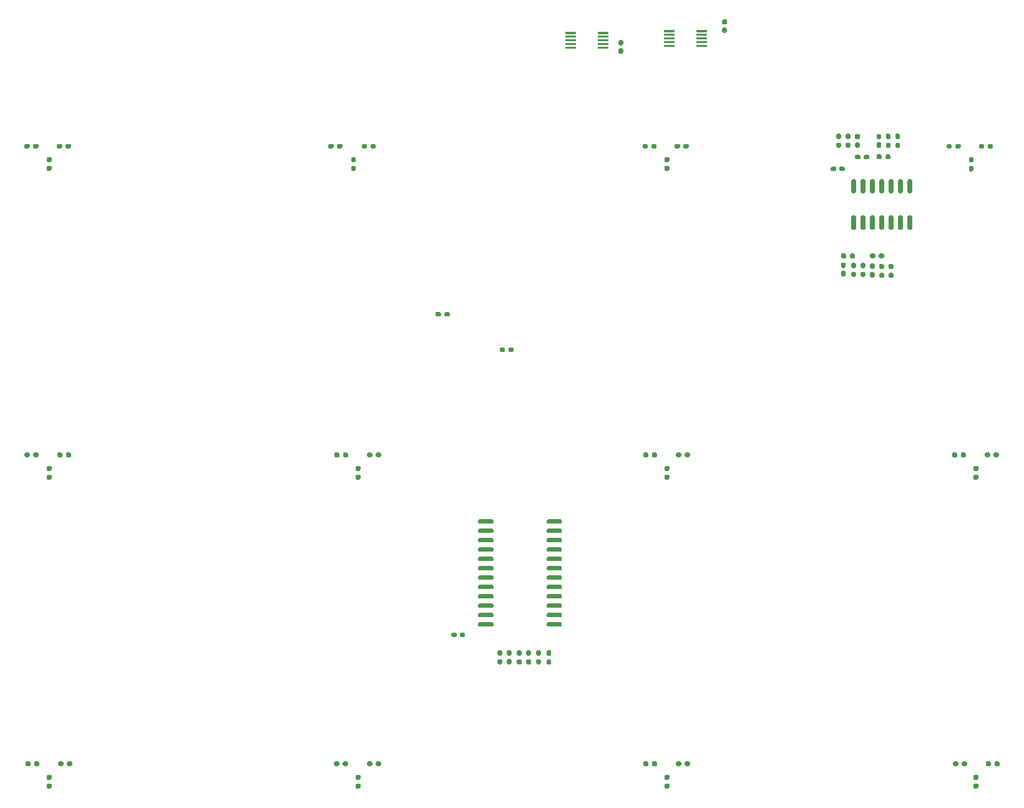
<source format=gtp>
G04 #@! TF.GenerationSoftware,KiCad,Pcbnew,(5.1.9)-1*
G04 #@! TF.CreationDate,2021-06-08T08:05:01+01:00*
G04 #@! TF.ProjectId,LED_Board,4c45445f-426f-4617-9264-2e6b69636164,rev?*
G04 #@! TF.SameCoordinates,Original*
G04 #@! TF.FileFunction,Paste,Top*
G04 #@! TF.FilePolarity,Positive*
%FSLAX46Y46*%
G04 Gerber Fmt 4.6, Leading zero omitted, Abs format (unit mm)*
G04 Created by KiCad (PCBNEW (5.1.9)-1) date 2021-06-08 08:05:01*
%MOMM*%
%LPD*%
G01*
G04 APERTURE LIST*
G04 APERTURE END LIST*
G36*
G01*
X159301200Y-178216600D02*
X159621200Y-178216600D01*
G75*
G02*
X159781200Y-178376600I0J-160000D01*
G01*
X159781200Y-178771600D01*
G75*
G02*
X159621200Y-178931600I-160000J0D01*
G01*
X159301200Y-178931600D01*
G75*
G02*
X159141200Y-178771600I0J160000D01*
G01*
X159141200Y-178376600D01*
G75*
G02*
X159301200Y-178216600I160000J0D01*
G01*
G37*
G36*
G01*
X159301200Y-179411600D02*
X159621200Y-179411600D01*
G75*
G02*
X159781200Y-179571600I0J-160000D01*
G01*
X159781200Y-179966600D01*
G75*
G02*
X159621200Y-180126600I-160000J0D01*
G01*
X159301200Y-180126600D01*
G75*
G02*
X159141200Y-179966600I0J160000D01*
G01*
X159141200Y-179571600D01*
G75*
G02*
X159301200Y-179411600I160000J0D01*
G01*
G37*
G36*
G01*
X162237400Y-178931600D02*
X161917400Y-178931600D01*
G75*
G02*
X161757400Y-178771600I0J160000D01*
G01*
X161757400Y-178376600D01*
G75*
G02*
X161917400Y-178216600I160000J0D01*
G01*
X162237400Y-178216600D01*
G75*
G02*
X162397400Y-178376600I0J-160000D01*
G01*
X162397400Y-178771600D01*
G75*
G02*
X162237400Y-178931600I-160000J0D01*
G01*
G37*
G36*
G01*
X162237400Y-180126600D02*
X161917400Y-180126600D01*
G75*
G02*
X161757400Y-179966600I0J160000D01*
G01*
X161757400Y-179571600D01*
G75*
G02*
X161917400Y-179411600I160000J0D01*
G01*
X162237400Y-179411600D01*
G75*
G02*
X162397400Y-179571600I0J-160000D01*
G01*
X162397400Y-179966600D01*
G75*
G02*
X162237400Y-180126600I-160000J0D01*
G01*
G37*
G36*
G01*
X163314400Y-178216600D02*
X163634400Y-178216600D01*
G75*
G02*
X163794400Y-178376600I0J-160000D01*
G01*
X163794400Y-178771600D01*
G75*
G02*
X163634400Y-178931600I-160000J0D01*
G01*
X163314400Y-178931600D01*
G75*
G02*
X163154400Y-178771600I0J160000D01*
G01*
X163154400Y-178376600D01*
G75*
G02*
X163314400Y-178216600I160000J0D01*
G01*
G37*
G36*
G01*
X163314400Y-179411600D02*
X163634400Y-179411600D01*
G75*
G02*
X163794400Y-179571600I0J-160000D01*
G01*
X163794400Y-179966600D01*
G75*
G02*
X163634400Y-180126600I-160000J0D01*
G01*
X163314400Y-180126600D01*
G75*
G02*
X163154400Y-179966600I0J160000D01*
G01*
X163154400Y-179571600D01*
G75*
G02*
X163314400Y-179411600I160000J0D01*
G01*
G37*
G36*
G01*
X160891200Y-178931600D02*
X160571200Y-178931600D01*
G75*
G02*
X160411200Y-178771600I0J160000D01*
G01*
X160411200Y-178376600D01*
G75*
G02*
X160571200Y-178216600I160000J0D01*
G01*
X160891200Y-178216600D01*
G75*
G02*
X161051200Y-178376600I0J-160000D01*
G01*
X161051200Y-178771600D01*
G75*
G02*
X160891200Y-178931600I-160000J0D01*
G01*
G37*
G36*
G01*
X160891200Y-180126600D02*
X160571200Y-180126600D01*
G75*
G02*
X160411200Y-179966600I0J160000D01*
G01*
X160411200Y-179571600D01*
G75*
G02*
X160571200Y-179411600I160000J0D01*
G01*
X160891200Y-179411600D01*
G75*
G02*
X161051200Y-179571600I0J-160000D01*
G01*
X161051200Y-179966600D01*
G75*
G02*
X160891200Y-180126600I-160000J0D01*
G01*
G37*
G36*
G01*
X150980800Y-175943200D02*
X150980800Y-176253200D01*
G75*
G02*
X150825800Y-176408200I-155000J0D01*
G01*
X150400800Y-176408200D01*
G75*
G02*
X150245800Y-176253200I0J155000D01*
G01*
X150245800Y-175943200D01*
G75*
G02*
X150400800Y-175788200I155000J0D01*
G01*
X150825800Y-175788200D01*
G75*
G02*
X150980800Y-175943200I0J-155000D01*
G01*
G37*
G36*
G01*
X152115800Y-175943200D02*
X152115800Y-176253200D01*
G75*
G02*
X151960800Y-176408200I-155000J0D01*
G01*
X151535800Y-176408200D01*
G75*
G02*
X151380800Y-176253200I0J155000D01*
G01*
X151380800Y-175943200D01*
G75*
G02*
X151535800Y-175788200I155000J0D01*
G01*
X151960800Y-175788200D01*
G75*
G02*
X152115800Y-175943200I0J-155000D01*
G01*
G37*
G36*
G01*
X203273600Y-125591100D02*
X203583600Y-125591100D01*
G75*
G02*
X203738600Y-125746100I0J-155000D01*
G01*
X203738600Y-126171100D01*
G75*
G02*
X203583600Y-126326100I-155000J0D01*
G01*
X203273600Y-126326100D01*
G75*
G02*
X203118600Y-126171100I0J155000D01*
G01*
X203118600Y-125746100D01*
G75*
G02*
X203273600Y-125591100I155000J0D01*
G01*
G37*
G36*
G01*
X203273600Y-126726100D02*
X203583600Y-126726100D01*
G75*
G02*
X203738600Y-126881100I0J-155000D01*
G01*
X203738600Y-127306100D01*
G75*
G02*
X203583600Y-127461100I-155000J0D01*
G01*
X203273600Y-127461100D01*
G75*
G02*
X203118600Y-127306100I0J155000D01*
G01*
X203118600Y-126881100D01*
G75*
G02*
X203273600Y-126726100I155000J0D01*
G01*
G37*
G36*
G01*
X207210600Y-125726100D02*
X207520600Y-125726100D01*
G75*
G02*
X207675600Y-125881100I0J-155000D01*
G01*
X207675600Y-126306100D01*
G75*
G02*
X207520600Y-126461100I-155000J0D01*
G01*
X207210600Y-126461100D01*
G75*
G02*
X207055600Y-126306100I0J155000D01*
G01*
X207055600Y-125881100D01*
G75*
G02*
X207210600Y-125726100I155000J0D01*
G01*
G37*
G36*
G01*
X207210600Y-126861100D02*
X207520600Y-126861100D01*
G75*
G02*
X207675600Y-127016100I0J-155000D01*
G01*
X207675600Y-127441100D01*
G75*
G02*
X207520600Y-127596100I-155000J0D01*
G01*
X207210600Y-127596100D01*
G75*
G02*
X207055600Y-127441100I0J155000D01*
G01*
X207055600Y-127016100D01*
G75*
G02*
X207210600Y-126861100I155000J0D01*
G01*
G37*
G36*
G01*
X208409600Y-108867600D02*
X208099600Y-108867600D01*
G75*
G02*
X207944600Y-108712600I0J155000D01*
G01*
X207944600Y-108287600D01*
G75*
G02*
X208099600Y-108132600I155000J0D01*
G01*
X208409600Y-108132600D01*
G75*
G02*
X208564600Y-108287600I0J-155000D01*
G01*
X208564600Y-108712600D01*
G75*
G02*
X208409600Y-108867600I-155000J0D01*
G01*
G37*
G36*
G01*
X208409600Y-110002600D02*
X208099600Y-110002600D01*
G75*
G02*
X207944600Y-109847600I0J155000D01*
G01*
X207944600Y-109422600D01*
G75*
G02*
X208099600Y-109267600I155000J0D01*
G01*
X208409600Y-109267600D01*
G75*
G02*
X208564600Y-109422600I0J-155000D01*
G01*
X208564600Y-109847600D01*
G75*
G02*
X208409600Y-110002600I-155000J0D01*
G01*
G37*
G36*
G01*
X205488600Y-108867600D02*
X205178600Y-108867600D01*
G75*
G02*
X205023600Y-108712600I0J155000D01*
G01*
X205023600Y-108287600D01*
G75*
G02*
X205178600Y-108132600I155000J0D01*
G01*
X205488600Y-108132600D01*
G75*
G02*
X205643600Y-108287600I0J-155000D01*
G01*
X205643600Y-108712600D01*
G75*
G02*
X205488600Y-108867600I-155000J0D01*
G01*
G37*
G36*
G01*
X205488600Y-110002600D02*
X205178600Y-110002600D01*
G75*
G02*
X205023600Y-109847600I0J155000D01*
G01*
X205023600Y-109422600D01*
G75*
G02*
X205178600Y-109267600I155000J0D01*
G01*
X205488600Y-109267600D01*
G75*
G02*
X205643600Y-109422600I0J-155000D01*
G01*
X205643600Y-109847600D01*
G75*
G02*
X205488600Y-110002600I-155000J0D01*
G01*
G37*
G36*
G01*
X173085700Y-95381800D02*
X173395700Y-95381800D01*
G75*
G02*
X173550700Y-95536800I0J-155000D01*
G01*
X173550700Y-95961800D01*
G75*
G02*
X173395700Y-96116800I-155000J0D01*
G01*
X173085700Y-96116800D01*
G75*
G02*
X172930700Y-95961800I0J155000D01*
G01*
X172930700Y-95536800D01*
G75*
G02*
X173085700Y-95381800I155000J0D01*
G01*
G37*
G36*
G01*
X173085700Y-96516800D02*
X173395700Y-96516800D01*
G75*
G02*
X173550700Y-96671800I0J-155000D01*
G01*
X173550700Y-97096800D01*
G75*
G02*
X173395700Y-97251800I-155000J0D01*
G01*
X173085700Y-97251800D01*
G75*
G02*
X172930700Y-97096800I0J155000D01*
G01*
X172930700Y-96671800D01*
G75*
G02*
X173085700Y-96516800I155000J0D01*
G01*
G37*
G36*
G01*
X187467300Y-93297400D02*
X187157300Y-93297400D01*
G75*
G02*
X187002300Y-93142400I0J155000D01*
G01*
X187002300Y-92717400D01*
G75*
G02*
X187157300Y-92562400I155000J0D01*
G01*
X187467300Y-92562400D01*
G75*
G02*
X187622300Y-92717400I0J-155000D01*
G01*
X187622300Y-93142400D01*
G75*
G02*
X187467300Y-93297400I-155000J0D01*
G01*
G37*
G36*
G01*
X187467300Y-94432400D02*
X187157300Y-94432400D01*
G75*
G02*
X187002300Y-94277400I0J155000D01*
G01*
X187002300Y-93852400D01*
G75*
G02*
X187157300Y-93697400I155000J0D01*
G01*
X187467300Y-93697400D01*
G75*
G02*
X187622300Y-93852400I0J-155000D01*
G01*
X187622300Y-94277400D01*
G75*
G02*
X187467300Y-94432400I-155000J0D01*
G01*
G37*
G36*
G01*
X97436300Y-109644200D02*
X97436300Y-109964200D01*
G75*
G02*
X97276300Y-110124200I-160000J0D01*
G01*
X96881300Y-110124200D01*
G75*
G02*
X96721300Y-109964200I0J160000D01*
G01*
X96721300Y-109644200D01*
G75*
G02*
X96881300Y-109484200I160000J0D01*
G01*
X97276300Y-109484200D01*
G75*
G02*
X97436300Y-109644200I0J-160000D01*
G01*
G37*
G36*
G01*
X98631300Y-109644200D02*
X98631300Y-109964200D01*
G75*
G02*
X98471300Y-110124200I-160000J0D01*
G01*
X98076300Y-110124200D01*
G75*
G02*
X97916300Y-109964200I0J160000D01*
G01*
X97916300Y-109644200D01*
G75*
G02*
X98076300Y-109484200I160000J0D01*
G01*
X98471300Y-109484200D01*
G75*
G02*
X98631300Y-109644200I0J-160000D01*
G01*
G37*
G36*
G01*
X138786300Y-109644200D02*
X138786300Y-109964200D01*
G75*
G02*
X138626300Y-110124200I-160000J0D01*
G01*
X138231300Y-110124200D01*
G75*
G02*
X138071300Y-109964200I0J160000D01*
G01*
X138071300Y-109644200D01*
G75*
G02*
X138231300Y-109484200I160000J0D01*
G01*
X138626300Y-109484200D01*
G75*
G02*
X138786300Y-109644200I0J-160000D01*
G01*
G37*
G36*
G01*
X139981300Y-109644200D02*
X139981300Y-109964200D01*
G75*
G02*
X139821300Y-110124200I-160000J0D01*
G01*
X139426300Y-110124200D01*
G75*
G02*
X139266300Y-109964200I0J160000D01*
G01*
X139266300Y-109644200D01*
G75*
G02*
X139426300Y-109484200I160000J0D01*
G01*
X139821300Y-109484200D01*
G75*
G02*
X139981300Y-109644200I0J-160000D01*
G01*
G37*
G36*
G01*
X182451300Y-109644200D02*
X182451300Y-109964200D01*
G75*
G02*
X182291300Y-110124200I-160000J0D01*
G01*
X181896300Y-110124200D01*
G75*
G02*
X181736300Y-109964200I0J160000D01*
G01*
X181736300Y-109644200D01*
G75*
G02*
X181896300Y-109484200I160000J0D01*
G01*
X182291300Y-109484200D01*
G75*
G02*
X182451300Y-109644200I0J-160000D01*
G01*
G37*
G36*
G01*
X181256300Y-109644200D02*
X181256300Y-109964200D01*
G75*
G02*
X181096300Y-110124200I-160000J0D01*
G01*
X180701300Y-110124200D01*
G75*
G02*
X180541300Y-109964200I0J160000D01*
G01*
X180541300Y-109644200D01*
G75*
G02*
X180701300Y-109484200I160000J0D01*
G01*
X181096300Y-109484200D01*
G75*
G02*
X181256300Y-109644200I0J-160000D01*
G01*
G37*
G36*
G01*
X95521800Y-112457200D02*
X95841800Y-112457200D01*
G75*
G02*
X96001800Y-112617200I0J-160000D01*
G01*
X96001800Y-113012200D01*
G75*
G02*
X95841800Y-113172200I-160000J0D01*
G01*
X95521800Y-113172200D01*
G75*
G02*
X95361800Y-113012200I0J160000D01*
G01*
X95361800Y-112617200D01*
G75*
G02*
X95521800Y-112457200I160000J0D01*
G01*
G37*
G36*
G01*
X95521800Y-111262200D02*
X95841800Y-111262200D01*
G75*
G02*
X96001800Y-111422200I0J-160000D01*
G01*
X96001800Y-111817200D01*
G75*
G02*
X95841800Y-111977200I-160000J0D01*
G01*
X95521800Y-111977200D01*
G75*
G02*
X95361800Y-111817200I0J160000D01*
G01*
X95361800Y-111422200D01*
G75*
G02*
X95521800Y-111262200I160000J0D01*
G01*
G37*
G36*
G01*
X136796800Y-112457200D02*
X137116800Y-112457200D01*
G75*
G02*
X137276800Y-112617200I0J-160000D01*
G01*
X137276800Y-113012200D01*
G75*
G02*
X137116800Y-113172200I-160000J0D01*
G01*
X136796800Y-113172200D01*
G75*
G02*
X136636800Y-113012200I0J160000D01*
G01*
X136636800Y-112617200D01*
G75*
G02*
X136796800Y-112457200I160000J0D01*
G01*
G37*
G36*
G01*
X136796800Y-111262200D02*
X137116800Y-111262200D01*
G75*
G02*
X137276800Y-111422200I0J-160000D01*
G01*
X137276800Y-111817200D01*
G75*
G02*
X137116800Y-111977200I-160000J0D01*
G01*
X136796800Y-111977200D01*
G75*
G02*
X136636800Y-111817200I0J160000D01*
G01*
X136636800Y-111422200D01*
G75*
G02*
X136796800Y-111262200I160000J0D01*
G01*
G37*
G36*
G01*
X179341800Y-111262200D02*
X179661800Y-111262200D01*
G75*
G02*
X179821800Y-111422200I0J-160000D01*
G01*
X179821800Y-111817200D01*
G75*
G02*
X179661800Y-111977200I-160000J0D01*
G01*
X179341800Y-111977200D01*
G75*
G02*
X179181800Y-111817200I0J160000D01*
G01*
X179181800Y-111422200D01*
G75*
G02*
X179341800Y-111262200I160000J0D01*
G01*
G37*
G36*
G01*
X179341800Y-112457200D02*
X179661800Y-112457200D01*
G75*
G02*
X179821800Y-112617200I0J-160000D01*
G01*
X179821800Y-113012200D01*
G75*
G02*
X179661800Y-113172200I-160000J0D01*
G01*
X179341800Y-113172200D01*
G75*
G02*
X179181800Y-113012200I0J160000D01*
G01*
X179181800Y-112617200D01*
G75*
G02*
X179341800Y-112457200I160000J0D01*
G01*
G37*
G36*
G01*
X92313800Y-109964200D02*
X92313800Y-109644200D01*
G75*
G02*
X92473800Y-109484200I160000J0D01*
G01*
X92868800Y-109484200D01*
G75*
G02*
X93028800Y-109644200I0J-160000D01*
G01*
X93028800Y-109964200D01*
G75*
G02*
X92868800Y-110124200I-160000J0D01*
G01*
X92473800Y-110124200D01*
G75*
G02*
X92313800Y-109964200I0J160000D01*
G01*
G37*
G36*
G01*
X93508800Y-109964200D02*
X93508800Y-109644200D01*
G75*
G02*
X93668800Y-109484200I160000J0D01*
G01*
X94063800Y-109484200D01*
G75*
G02*
X94223800Y-109644200I0J-160000D01*
G01*
X94223800Y-109964200D01*
G75*
G02*
X94063800Y-110124200I-160000J0D01*
G01*
X93668800Y-110124200D01*
G75*
G02*
X93508800Y-109964200I0J160000D01*
G01*
G37*
G36*
G01*
X133551300Y-109964200D02*
X133551300Y-109644200D01*
G75*
G02*
X133711300Y-109484200I160000J0D01*
G01*
X134106300Y-109484200D01*
G75*
G02*
X134266300Y-109644200I0J-160000D01*
G01*
X134266300Y-109964200D01*
G75*
G02*
X134106300Y-110124200I-160000J0D01*
G01*
X133711300Y-110124200D01*
G75*
G02*
X133551300Y-109964200I0J160000D01*
G01*
G37*
G36*
G01*
X134746300Y-109964200D02*
X134746300Y-109644200D01*
G75*
G02*
X134906300Y-109484200I160000J0D01*
G01*
X135301300Y-109484200D01*
G75*
G02*
X135461300Y-109644200I0J-160000D01*
G01*
X135461300Y-109964200D01*
G75*
G02*
X135301300Y-110124200I-160000J0D01*
G01*
X134906300Y-110124200D01*
G75*
G02*
X134746300Y-109964200I0J160000D01*
G01*
G37*
G36*
G01*
X177366300Y-109964200D02*
X177366300Y-109644200D01*
G75*
G02*
X177526300Y-109484200I160000J0D01*
G01*
X177921300Y-109484200D01*
G75*
G02*
X178081300Y-109644200I0J-160000D01*
G01*
X178081300Y-109964200D01*
G75*
G02*
X177921300Y-110124200I-160000J0D01*
G01*
X177526300Y-110124200D01*
G75*
G02*
X177366300Y-109964200I0J160000D01*
G01*
G37*
G36*
G01*
X176171300Y-109964200D02*
X176171300Y-109644200D01*
G75*
G02*
X176331300Y-109484200I160000J0D01*
G01*
X176726300Y-109484200D01*
G75*
G02*
X176886300Y-109644200I0J-160000D01*
G01*
X176886300Y-109964200D01*
G75*
G02*
X176726300Y-110124200I-160000J0D01*
G01*
X176331300Y-110124200D01*
G75*
G02*
X176171300Y-109964200I0J160000D01*
G01*
G37*
G36*
G01*
X222531300Y-109644200D02*
X222531300Y-109964200D01*
G75*
G02*
X222371300Y-110124200I-160000J0D01*
G01*
X221976300Y-110124200D01*
G75*
G02*
X221816300Y-109964200I0J160000D01*
G01*
X221816300Y-109644200D01*
G75*
G02*
X221976300Y-109484200I160000J0D01*
G01*
X222371300Y-109484200D01*
G75*
G02*
X222531300Y-109644200I0J-160000D01*
G01*
G37*
G36*
G01*
X223726300Y-109644200D02*
X223726300Y-109964200D01*
G75*
G02*
X223566300Y-110124200I-160000J0D01*
G01*
X223171300Y-110124200D01*
G75*
G02*
X223011300Y-109964200I0J160000D01*
G01*
X223011300Y-109644200D01*
G75*
G02*
X223171300Y-109484200I160000J0D01*
G01*
X223566300Y-109484200D01*
G75*
G02*
X223726300Y-109644200I0J-160000D01*
G01*
G37*
G36*
G01*
X98668800Y-151537200D02*
X98668800Y-151857200D01*
G75*
G02*
X98508800Y-152017200I-160000J0D01*
G01*
X98113800Y-152017200D01*
G75*
G02*
X97953800Y-151857200I0J160000D01*
G01*
X97953800Y-151537200D01*
G75*
G02*
X98113800Y-151377200I160000J0D01*
G01*
X98508800Y-151377200D01*
G75*
G02*
X98668800Y-151537200I0J-160000D01*
G01*
G37*
G36*
G01*
X97473800Y-151537200D02*
X97473800Y-151857200D01*
G75*
G02*
X97313800Y-152017200I-160000J0D01*
G01*
X96918800Y-152017200D01*
G75*
G02*
X96758800Y-151857200I0J160000D01*
G01*
X96758800Y-151537200D01*
G75*
G02*
X96918800Y-151377200I160000J0D01*
G01*
X97313800Y-151377200D01*
G75*
G02*
X97473800Y-151537200I0J-160000D01*
G01*
G37*
G36*
G01*
X139510800Y-151537200D02*
X139510800Y-151857200D01*
G75*
G02*
X139350800Y-152017200I-160000J0D01*
G01*
X138955800Y-152017200D01*
G75*
G02*
X138795800Y-151857200I0J160000D01*
G01*
X138795800Y-151537200D01*
G75*
G02*
X138955800Y-151377200I160000J0D01*
G01*
X139350800Y-151377200D01*
G75*
G02*
X139510800Y-151537200I0J-160000D01*
G01*
G37*
G36*
G01*
X140705800Y-151537200D02*
X140705800Y-151857200D01*
G75*
G02*
X140545800Y-152017200I-160000J0D01*
G01*
X140150800Y-152017200D01*
G75*
G02*
X139990800Y-151857200I0J160000D01*
G01*
X139990800Y-151537200D01*
G75*
G02*
X140150800Y-151377200I160000J0D01*
G01*
X140545800Y-151377200D01*
G75*
G02*
X140705800Y-151537200I0J-160000D01*
G01*
G37*
G36*
G01*
X220616800Y-112494700D02*
X220936800Y-112494700D01*
G75*
G02*
X221096800Y-112654700I0J-160000D01*
G01*
X221096800Y-113049700D01*
G75*
G02*
X220936800Y-113209700I-160000J0D01*
G01*
X220616800Y-113209700D01*
G75*
G02*
X220456800Y-113049700I0J160000D01*
G01*
X220456800Y-112654700D01*
G75*
G02*
X220616800Y-112494700I160000J0D01*
G01*
G37*
G36*
G01*
X220616800Y-111299700D02*
X220936800Y-111299700D01*
G75*
G02*
X221096800Y-111459700I0J-160000D01*
G01*
X221096800Y-111854700D01*
G75*
G02*
X220936800Y-112014700I-160000J0D01*
G01*
X220616800Y-112014700D01*
G75*
G02*
X220456800Y-111854700I0J160000D01*
G01*
X220456800Y-111459700D01*
G75*
G02*
X220616800Y-111299700I160000J0D01*
G01*
G37*
G36*
G01*
X95521800Y-154367200D02*
X95841800Y-154367200D01*
G75*
G02*
X96001800Y-154527200I0J-160000D01*
G01*
X96001800Y-154922200D01*
G75*
G02*
X95841800Y-155082200I-160000J0D01*
G01*
X95521800Y-155082200D01*
G75*
G02*
X95361800Y-154922200I0J160000D01*
G01*
X95361800Y-154527200D01*
G75*
G02*
X95521800Y-154367200I160000J0D01*
G01*
G37*
G36*
G01*
X95521800Y-153172200D02*
X95841800Y-153172200D01*
G75*
G02*
X96001800Y-153332200I0J-160000D01*
G01*
X96001800Y-153727200D01*
G75*
G02*
X95841800Y-153887200I-160000J0D01*
G01*
X95521800Y-153887200D01*
G75*
G02*
X95361800Y-153727200I0J160000D01*
G01*
X95361800Y-153332200D01*
G75*
G02*
X95521800Y-153172200I160000J0D01*
G01*
G37*
G36*
G01*
X137431800Y-153172200D02*
X137751800Y-153172200D01*
G75*
G02*
X137911800Y-153332200I0J-160000D01*
G01*
X137911800Y-153727200D01*
G75*
G02*
X137751800Y-153887200I-160000J0D01*
G01*
X137431800Y-153887200D01*
G75*
G02*
X137271800Y-153727200I0J160000D01*
G01*
X137271800Y-153332200D01*
G75*
G02*
X137431800Y-153172200I160000J0D01*
G01*
G37*
G36*
G01*
X137431800Y-154367200D02*
X137751800Y-154367200D01*
G75*
G02*
X137911800Y-154527200I0J-160000D01*
G01*
X137911800Y-154922200D01*
G75*
G02*
X137751800Y-155082200I-160000J0D01*
G01*
X137431800Y-155082200D01*
G75*
G02*
X137271800Y-154922200I0J160000D01*
G01*
X137271800Y-154527200D01*
G75*
G02*
X137431800Y-154367200I160000J0D01*
G01*
G37*
G36*
G01*
X217446300Y-109964200D02*
X217446300Y-109644200D01*
G75*
G02*
X217606300Y-109484200I160000J0D01*
G01*
X218001300Y-109484200D01*
G75*
G02*
X218161300Y-109644200I0J-160000D01*
G01*
X218161300Y-109964200D01*
G75*
G02*
X218001300Y-110124200I-160000J0D01*
G01*
X217606300Y-110124200D01*
G75*
G02*
X217446300Y-109964200I0J160000D01*
G01*
G37*
G36*
G01*
X218641300Y-109964200D02*
X218641300Y-109644200D01*
G75*
G02*
X218801300Y-109484200I160000J0D01*
G01*
X219196300Y-109484200D01*
G75*
G02*
X219356300Y-109644200I0J-160000D01*
G01*
X219356300Y-109964200D01*
G75*
G02*
X219196300Y-110124200I-160000J0D01*
G01*
X218801300Y-110124200D01*
G75*
G02*
X218641300Y-109964200I0J160000D01*
G01*
G37*
G36*
G01*
X92313800Y-151857200D02*
X92313800Y-151537200D01*
G75*
G02*
X92473800Y-151377200I160000J0D01*
G01*
X92868800Y-151377200D01*
G75*
G02*
X93028800Y-151537200I0J-160000D01*
G01*
X93028800Y-151857200D01*
G75*
G02*
X92868800Y-152017200I-160000J0D01*
G01*
X92473800Y-152017200D01*
G75*
G02*
X92313800Y-151857200I0J160000D01*
G01*
G37*
G36*
G01*
X93508800Y-151857200D02*
X93508800Y-151537200D01*
G75*
G02*
X93668800Y-151377200I160000J0D01*
G01*
X94063800Y-151377200D01*
G75*
G02*
X94223800Y-151537200I0J-160000D01*
G01*
X94223800Y-151857200D01*
G75*
G02*
X94063800Y-152017200I-160000J0D01*
G01*
X93668800Y-152017200D01*
G75*
G02*
X93508800Y-151857200I0J160000D01*
G01*
G37*
G36*
G01*
X134350800Y-151857200D02*
X134350800Y-151537200D01*
G75*
G02*
X134510800Y-151377200I160000J0D01*
G01*
X134905800Y-151377200D01*
G75*
G02*
X135065800Y-151537200I0J-160000D01*
G01*
X135065800Y-151857200D01*
G75*
G02*
X134905800Y-152017200I-160000J0D01*
G01*
X134510800Y-152017200D01*
G75*
G02*
X134350800Y-151857200I0J160000D01*
G01*
G37*
G36*
G01*
X135545800Y-151857200D02*
X135545800Y-151537200D01*
G75*
G02*
X135705800Y-151377200I160000J0D01*
G01*
X136100800Y-151377200D01*
G75*
G02*
X136260800Y-151537200I0J-160000D01*
G01*
X136260800Y-151857200D01*
G75*
G02*
X136100800Y-152017200I-160000J0D01*
G01*
X135705800Y-152017200D01*
G75*
G02*
X135545800Y-151857200I0J160000D01*
G01*
G37*
G36*
G01*
X181420800Y-151537200D02*
X181420800Y-151857200D01*
G75*
G02*
X181260800Y-152017200I-160000J0D01*
G01*
X180865800Y-152017200D01*
G75*
G02*
X180705800Y-151857200I0J160000D01*
G01*
X180705800Y-151537200D01*
G75*
G02*
X180865800Y-151377200I160000J0D01*
G01*
X181260800Y-151377200D01*
G75*
G02*
X181420800Y-151537200I0J-160000D01*
G01*
G37*
G36*
G01*
X182615800Y-151537200D02*
X182615800Y-151857200D01*
G75*
G02*
X182455800Y-152017200I-160000J0D01*
G01*
X182060800Y-152017200D01*
G75*
G02*
X181900800Y-151857200I0J160000D01*
G01*
X181900800Y-151537200D01*
G75*
G02*
X182060800Y-151377200I160000J0D01*
G01*
X182455800Y-151377200D01*
G75*
G02*
X182615800Y-151537200I0J-160000D01*
G01*
G37*
G36*
G01*
X224525800Y-151537200D02*
X224525800Y-151857200D01*
G75*
G02*
X224365800Y-152017200I-160000J0D01*
G01*
X223970800Y-152017200D01*
G75*
G02*
X223810800Y-151857200I0J160000D01*
G01*
X223810800Y-151537200D01*
G75*
G02*
X223970800Y-151377200I160000J0D01*
G01*
X224365800Y-151377200D01*
G75*
G02*
X224525800Y-151537200I0J-160000D01*
G01*
G37*
G36*
G01*
X223330800Y-151537200D02*
X223330800Y-151857200D01*
G75*
G02*
X223170800Y-152017200I-160000J0D01*
G01*
X222775800Y-152017200D01*
G75*
G02*
X222615800Y-151857200I0J160000D01*
G01*
X222615800Y-151537200D01*
G75*
G02*
X222775800Y-151377200I160000J0D01*
G01*
X223170800Y-151377200D01*
G75*
G02*
X223330800Y-151537200I0J-160000D01*
G01*
G37*
G36*
G01*
X97600800Y-193447200D02*
X97600800Y-193767200D01*
G75*
G02*
X97440800Y-193927200I-160000J0D01*
G01*
X97045800Y-193927200D01*
G75*
G02*
X96885800Y-193767200I0J160000D01*
G01*
X96885800Y-193447200D01*
G75*
G02*
X97045800Y-193287200I160000J0D01*
G01*
X97440800Y-193287200D01*
G75*
G02*
X97600800Y-193447200I0J-160000D01*
G01*
G37*
G36*
G01*
X98795800Y-193447200D02*
X98795800Y-193767200D01*
G75*
G02*
X98635800Y-193927200I-160000J0D01*
G01*
X98240800Y-193927200D01*
G75*
G02*
X98080800Y-193767200I0J160000D01*
G01*
X98080800Y-193447200D01*
G75*
G02*
X98240800Y-193287200I160000J0D01*
G01*
X98635800Y-193287200D01*
G75*
G02*
X98795800Y-193447200I0J-160000D01*
G01*
G37*
G36*
G01*
X179341800Y-153172200D02*
X179661800Y-153172200D01*
G75*
G02*
X179821800Y-153332200I0J-160000D01*
G01*
X179821800Y-153727200D01*
G75*
G02*
X179661800Y-153887200I-160000J0D01*
G01*
X179341800Y-153887200D01*
G75*
G02*
X179181800Y-153727200I0J160000D01*
G01*
X179181800Y-153332200D01*
G75*
G02*
X179341800Y-153172200I160000J0D01*
G01*
G37*
G36*
G01*
X179341800Y-154367200D02*
X179661800Y-154367200D01*
G75*
G02*
X179821800Y-154527200I0J-160000D01*
G01*
X179821800Y-154922200D01*
G75*
G02*
X179661800Y-155082200I-160000J0D01*
G01*
X179341800Y-155082200D01*
G75*
G02*
X179181800Y-154922200I0J160000D01*
G01*
X179181800Y-154527200D01*
G75*
G02*
X179341800Y-154367200I160000J0D01*
G01*
G37*
G36*
G01*
X221251800Y-153172200D02*
X221571800Y-153172200D01*
G75*
G02*
X221731800Y-153332200I0J-160000D01*
G01*
X221731800Y-153727200D01*
G75*
G02*
X221571800Y-153887200I-160000J0D01*
G01*
X221251800Y-153887200D01*
G75*
G02*
X221091800Y-153727200I0J160000D01*
G01*
X221091800Y-153332200D01*
G75*
G02*
X221251800Y-153172200I160000J0D01*
G01*
G37*
G36*
G01*
X221251800Y-154367200D02*
X221571800Y-154367200D01*
G75*
G02*
X221731800Y-154527200I0J-160000D01*
G01*
X221731800Y-154922200D01*
G75*
G02*
X221571800Y-155082200I-160000J0D01*
G01*
X221251800Y-155082200D01*
G75*
G02*
X221091800Y-154922200I0J160000D01*
G01*
X221091800Y-154527200D01*
G75*
G02*
X221251800Y-154367200I160000J0D01*
G01*
G37*
G36*
G01*
X95521800Y-196277200D02*
X95841800Y-196277200D01*
G75*
G02*
X96001800Y-196437200I0J-160000D01*
G01*
X96001800Y-196832200D01*
G75*
G02*
X95841800Y-196992200I-160000J0D01*
G01*
X95521800Y-196992200D01*
G75*
G02*
X95361800Y-196832200I0J160000D01*
G01*
X95361800Y-196437200D01*
G75*
G02*
X95521800Y-196277200I160000J0D01*
G01*
G37*
G36*
G01*
X95521800Y-195082200D02*
X95841800Y-195082200D01*
G75*
G02*
X96001800Y-195242200I0J-160000D01*
G01*
X96001800Y-195637200D01*
G75*
G02*
X95841800Y-195797200I-160000J0D01*
G01*
X95521800Y-195797200D01*
G75*
G02*
X95361800Y-195637200I0J160000D01*
G01*
X95361800Y-195242200D01*
G75*
G02*
X95521800Y-195082200I160000J0D01*
G01*
G37*
G36*
G01*
X176260800Y-151857200D02*
X176260800Y-151537200D01*
G75*
G02*
X176420800Y-151377200I160000J0D01*
G01*
X176815800Y-151377200D01*
G75*
G02*
X176975800Y-151537200I0J-160000D01*
G01*
X176975800Y-151857200D01*
G75*
G02*
X176815800Y-152017200I-160000J0D01*
G01*
X176420800Y-152017200D01*
G75*
G02*
X176260800Y-151857200I0J160000D01*
G01*
G37*
G36*
G01*
X177455800Y-151857200D02*
X177455800Y-151537200D01*
G75*
G02*
X177615800Y-151377200I160000J0D01*
G01*
X178010800Y-151377200D01*
G75*
G02*
X178170800Y-151537200I0J-160000D01*
G01*
X178170800Y-151857200D01*
G75*
G02*
X178010800Y-152017200I-160000J0D01*
G01*
X177615800Y-152017200D01*
G75*
G02*
X177455800Y-151857200I0J160000D01*
G01*
G37*
G36*
G01*
X219365800Y-151857200D02*
X219365800Y-151537200D01*
G75*
G02*
X219525800Y-151377200I160000J0D01*
G01*
X219920800Y-151377200D01*
G75*
G02*
X220080800Y-151537200I0J-160000D01*
G01*
X220080800Y-151857200D01*
G75*
G02*
X219920800Y-152017200I-160000J0D01*
G01*
X219525800Y-152017200D01*
G75*
G02*
X219365800Y-151857200I0J160000D01*
G01*
G37*
G36*
G01*
X218170800Y-151857200D02*
X218170800Y-151537200D01*
G75*
G02*
X218330800Y-151377200I160000J0D01*
G01*
X218725800Y-151377200D01*
G75*
G02*
X218885800Y-151537200I0J-160000D01*
G01*
X218885800Y-151857200D01*
G75*
G02*
X218725800Y-152017200I-160000J0D01*
G01*
X218330800Y-152017200D01*
G75*
G02*
X218170800Y-151857200I0J160000D01*
G01*
G37*
G36*
G01*
X92440800Y-193767200D02*
X92440800Y-193447200D01*
G75*
G02*
X92600800Y-193287200I160000J0D01*
G01*
X92995800Y-193287200D01*
G75*
G02*
X93155800Y-193447200I0J-160000D01*
G01*
X93155800Y-193767200D01*
G75*
G02*
X92995800Y-193927200I-160000J0D01*
G01*
X92600800Y-193927200D01*
G75*
G02*
X92440800Y-193767200I0J160000D01*
G01*
G37*
G36*
G01*
X93635800Y-193767200D02*
X93635800Y-193447200D01*
G75*
G02*
X93795800Y-193287200I160000J0D01*
G01*
X94190800Y-193287200D01*
G75*
G02*
X94350800Y-193447200I0J-160000D01*
G01*
X94350800Y-193767200D01*
G75*
G02*
X94190800Y-193927200I-160000J0D01*
G01*
X93795800Y-193927200D01*
G75*
G02*
X93635800Y-193767200I0J160000D01*
G01*
G37*
G36*
G01*
X139510800Y-193447200D02*
X139510800Y-193767200D01*
G75*
G02*
X139350800Y-193927200I-160000J0D01*
G01*
X138955800Y-193927200D01*
G75*
G02*
X138795800Y-193767200I0J160000D01*
G01*
X138795800Y-193447200D01*
G75*
G02*
X138955800Y-193287200I160000J0D01*
G01*
X139350800Y-193287200D01*
G75*
G02*
X139510800Y-193447200I0J-160000D01*
G01*
G37*
G36*
G01*
X140705800Y-193447200D02*
X140705800Y-193767200D01*
G75*
G02*
X140545800Y-193927200I-160000J0D01*
G01*
X140150800Y-193927200D01*
G75*
G02*
X139990800Y-193767200I0J160000D01*
G01*
X139990800Y-193447200D01*
G75*
G02*
X140150800Y-193287200I160000J0D01*
G01*
X140545800Y-193287200D01*
G75*
G02*
X140705800Y-193447200I0J-160000D01*
G01*
G37*
G36*
G01*
X182615800Y-193447200D02*
X182615800Y-193767200D01*
G75*
G02*
X182455800Y-193927200I-160000J0D01*
G01*
X182060800Y-193927200D01*
G75*
G02*
X181900800Y-193767200I0J160000D01*
G01*
X181900800Y-193447200D01*
G75*
G02*
X182060800Y-193287200I160000J0D01*
G01*
X182455800Y-193287200D01*
G75*
G02*
X182615800Y-193447200I0J-160000D01*
G01*
G37*
G36*
G01*
X181420800Y-193447200D02*
X181420800Y-193767200D01*
G75*
G02*
X181260800Y-193927200I-160000J0D01*
G01*
X180865800Y-193927200D01*
G75*
G02*
X180705800Y-193767200I0J160000D01*
G01*
X180705800Y-193447200D01*
G75*
G02*
X180865800Y-193287200I160000J0D01*
G01*
X181260800Y-193287200D01*
G75*
G02*
X181420800Y-193447200I0J-160000D01*
G01*
G37*
G36*
G01*
X223457800Y-193447200D02*
X223457800Y-193767200D01*
G75*
G02*
X223297800Y-193927200I-160000J0D01*
G01*
X222902800Y-193927200D01*
G75*
G02*
X222742800Y-193767200I0J160000D01*
G01*
X222742800Y-193447200D01*
G75*
G02*
X222902800Y-193287200I160000J0D01*
G01*
X223297800Y-193287200D01*
G75*
G02*
X223457800Y-193447200I0J-160000D01*
G01*
G37*
G36*
G01*
X224652800Y-193447200D02*
X224652800Y-193767200D01*
G75*
G02*
X224492800Y-193927200I-160000J0D01*
G01*
X224097800Y-193927200D01*
G75*
G02*
X223937800Y-193767200I0J160000D01*
G01*
X223937800Y-193447200D01*
G75*
G02*
X224097800Y-193287200I160000J0D01*
G01*
X224492800Y-193287200D01*
G75*
G02*
X224652800Y-193447200I0J-160000D01*
G01*
G37*
G36*
G01*
X137431800Y-196277200D02*
X137751800Y-196277200D01*
G75*
G02*
X137911800Y-196437200I0J-160000D01*
G01*
X137911800Y-196832200D01*
G75*
G02*
X137751800Y-196992200I-160000J0D01*
G01*
X137431800Y-196992200D01*
G75*
G02*
X137271800Y-196832200I0J160000D01*
G01*
X137271800Y-196437200D01*
G75*
G02*
X137431800Y-196277200I160000J0D01*
G01*
G37*
G36*
G01*
X137431800Y-195082200D02*
X137751800Y-195082200D01*
G75*
G02*
X137911800Y-195242200I0J-160000D01*
G01*
X137911800Y-195637200D01*
G75*
G02*
X137751800Y-195797200I-160000J0D01*
G01*
X137431800Y-195797200D01*
G75*
G02*
X137271800Y-195637200I0J160000D01*
G01*
X137271800Y-195242200D01*
G75*
G02*
X137431800Y-195082200I160000J0D01*
G01*
G37*
G36*
G01*
X179341800Y-195082200D02*
X179661800Y-195082200D01*
G75*
G02*
X179821800Y-195242200I0J-160000D01*
G01*
X179821800Y-195637200D01*
G75*
G02*
X179661800Y-195797200I-160000J0D01*
G01*
X179341800Y-195797200D01*
G75*
G02*
X179181800Y-195637200I0J160000D01*
G01*
X179181800Y-195242200D01*
G75*
G02*
X179341800Y-195082200I160000J0D01*
G01*
G37*
G36*
G01*
X179341800Y-196277200D02*
X179661800Y-196277200D01*
G75*
G02*
X179821800Y-196437200I0J-160000D01*
G01*
X179821800Y-196832200D01*
G75*
G02*
X179661800Y-196992200I-160000J0D01*
G01*
X179341800Y-196992200D01*
G75*
G02*
X179181800Y-196832200I0J160000D01*
G01*
X179181800Y-196437200D01*
G75*
G02*
X179341800Y-196277200I160000J0D01*
G01*
G37*
G36*
G01*
X221251800Y-196277200D02*
X221571800Y-196277200D01*
G75*
G02*
X221731800Y-196437200I0J-160000D01*
G01*
X221731800Y-196832200D01*
G75*
G02*
X221571800Y-196992200I-160000J0D01*
G01*
X221251800Y-196992200D01*
G75*
G02*
X221091800Y-196832200I0J160000D01*
G01*
X221091800Y-196437200D01*
G75*
G02*
X221251800Y-196277200I160000J0D01*
G01*
G37*
G36*
G01*
X221251800Y-195082200D02*
X221571800Y-195082200D01*
G75*
G02*
X221731800Y-195242200I0J-160000D01*
G01*
X221731800Y-195637200D01*
G75*
G02*
X221571800Y-195797200I-160000J0D01*
G01*
X221251800Y-195797200D01*
G75*
G02*
X221091800Y-195637200I0J160000D01*
G01*
X221091800Y-195242200D01*
G75*
G02*
X221251800Y-195082200I160000J0D01*
G01*
G37*
G36*
G01*
X135508300Y-193767200D02*
X135508300Y-193447200D01*
G75*
G02*
X135668300Y-193287200I160000J0D01*
G01*
X136063300Y-193287200D01*
G75*
G02*
X136223300Y-193447200I0J-160000D01*
G01*
X136223300Y-193767200D01*
G75*
G02*
X136063300Y-193927200I-160000J0D01*
G01*
X135668300Y-193927200D01*
G75*
G02*
X135508300Y-193767200I0J160000D01*
G01*
G37*
G36*
G01*
X134313300Y-193767200D02*
X134313300Y-193447200D01*
G75*
G02*
X134473300Y-193287200I160000J0D01*
G01*
X134868300Y-193287200D01*
G75*
G02*
X135028300Y-193447200I0J-160000D01*
G01*
X135028300Y-193767200D01*
G75*
G02*
X134868300Y-193927200I-160000J0D01*
G01*
X134473300Y-193927200D01*
G75*
G02*
X134313300Y-193767200I0J160000D01*
G01*
G37*
G36*
G01*
X177455800Y-193767200D02*
X177455800Y-193447200D01*
G75*
G02*
X177615800Y-193287200I160000J0D01*
G01*
X178010800Y-193287200D01*
G75*
G02*
X178170800Y-193447200I0J-160000D01*
G01*
X178170800Y-193767200D01*
G75*
G02*
X178010800Y-193927200I-160000J0D01*
G01*
X177615800Y-193927200D01*
G75*
G02*
X177455800Y-193767200I0J160000D01*
G01*
G37*
G36*
G01*
X176260800Y-193767200D02*
X176260800Y-193447200D01*
G75*
G02*
X176420800Y-193287200I160000J0D01*
G01*
X176815800Y-193287200D01*
G75*
G02*
X176975800Y-193447200I0J-160000D01*
G01*
X176975800Y-193767200D01*
G75*
G02*
X176815800Y-193927200I-160000J0D01*
G01*
X176420800Y-193927200D01*
G75*
G02*
X176260800Y-193767200I0J160000D01*
G01*
G37*
G36*
G01*
X218297800Y-193767200D02*
X218297800Y-193447200D01*
G75*
G02*
X218457800Y-193287200I160000J0D01*
G01*
X218852800Y-193287200D01*
G75*
G02*
X219012800Y-193447200I0J-160000D01*
G01*
X219012800Y-193767200D01*
G75*
G02*
X218852800Y-193927200I-160000J0D01*
G01*
X218457800Y-193927200D01*
G75*
G02*
X218297800Y-193767200I0J160000D01*
G01*
G37*
G36*
G01*
X219492800Y-193767200D02*
X219492800Y-193447200D01*
G75*
G02*
X219652800Y-193287200I160000J0D01*
G01*
X220047800Y-193287200D01*
G75*
G02*
X220207800Y-193447200I0J-160000D01*
G01*
X220207800Y-193767200D01*
G75*
G02*
X220047800Y-193927200I-160000J0D01*
G01*
X219652800Y-193927200D01*
G75*
G02*
X219492800Y-193767200I0J160000D01*
G01*
G37*
G36*
G01*
X156979600Y-180126600D02*
X156659600Y-180126600D01*
G75*
G02*
X156499600Y-179966600I0J160000D01*
G01*
X156499600Y-179571600D01*
G75*
G02*
X156659600Y-179411600I160000J0D01*
G01*
X156979600Y-179411600D01*
G75*
G02*
X157139600Y-179571600I0J-160000D01*
G01*
X157139600Y-179966600D01*
G75*
G02*
X156979600Y-180126600I-160000J0D01*
G01*
G37*
G36*
G01*
X156979600Y-178931600D02*
X156659600Y-178931600D01*
G75*
G02*
X156499600Y-178771600I0J160000D01*
G01*
X156499600Y-178376600D01*
G75*
G02*
X156659600Y-178216600I160000J0D01*
G01*
X156979600Y-178216600D01*
G75*
G02*
X157139600Y-178376600I0J-160000D01*
G01*
X157139600Y-178771600D01*
G75*
G02*
X156979600Y-178931600I-160000J0D01*
G01*
G37*
G36*
G01*
X157955000Y-178203300D02*
X158275000Y-178203300D01*
G75*
G02*
X158435000Y-178363300I0J-160000D01*
G01*
X158435000Y-178758300D01*
G75*
G02*
X158275000Y-178918300I-160000J0D01*
G01*
X157955000Y-178918300D01*
G75*
G02*
X157795000Y-178758300I0J160000D01*
G01*
X157795000Y-178363300D01*
G75*
G02*
X157955000Y-178203300I160000J0D01*
G01*
G37*
G36*
G01*
X157955000Y-179398300D02*
X158275000Y-179398300D01*
G75*
G02*
X158435000Y-179558300I0J-160000D01*
G01*
X158435000Y-179953300D01*
G75*
G02*
X158275000Y-180113300I-160000J0D01*
G01*
X157955000Y-180113300D01*
G75*
G02*
X157795000Y-179953300I0J160000D01*
G01*
X157795000Y-179558300D01*
G75*
G02*
X157955000Y-179398300I160000J0D01*
G01*
G37*
G36*
G01*
X205935600Y-125638600D02*
X206255600Y-125638600D01*
G75*
G02*
X206415600Y-125798600I0J-160000D01*
G01*
X206415600Y-126193600D01*
G75*
G02*
X206255600Y-126353600I-160000J0D01*
G01*
X205935600Y-126353600D01*
G75*
G02*
X205775600Y-126193600I0J160000D01*
G01*
X205775600Y-125798600D01*
G75*
G02*
X205935600Y-125638600I160000J0D01*
G01*
G37*
G36*
G01*
X205935600Y-126833600D02*
X206255600Y-126833600D01*
G75*
G02*
X206415600Y-126993600I0J-160000D01*
G01*
X206415600Y-127388600D01*
G75*
G02*
X206255600Y-127548600I-160000J0D01*
G01*
X205935600Y-127548600D01*
G75*
G02*
X205775600Y-127388600I0J160000D01*
G01*
X205775600Y-126993600D01*
G75*
G02*
X205935600Y-126833600I160000J0D01*
G01*
G37*
G36*
G01*
X204985600Y-127548600D02*
X204665600Y-127548600D01*
G75*
G02*
X204505600Y-127388600I0J160000D01*
G01*
X204505600Y-126993600D01*
G75*
G02*
X204665600Y-126833600I160000J0D01*
G01*
X204985600Y-126833600D01*
G75*
G02*
X205145600Y-126993600I0J-160000D01*
G01*
X205145600Y-127388600D01*
G75*
G02*
X204985600Y-127548600I-160000J0D01*
G01*
G37*
G36*
G01*
X204985600Y-126353600D02*
X204665600Y-126353600D01*
G75*
G02*
X204505600Y-126193600I0J160000D01*
G01*
X204505600Y-125798600D01*
G75*
G02*
X204665600Y-125638600I160000J0D01*
G01*
X204985600Y-125638600D01*
G75*
G02*
X205145600Y-125798600I0J-160000D01*
G01*
X205145600Y-126193600D01*
G75*
G02*
X204985600Y-126353600I-160000J0D01*
G01*
G37*
G36*
G01*
X203823600Y-124528600D02*
X203823600Y-124848600D01*
G75*
G02*
X203663600Y-125008600I-160000J0D01*
G01*
X203268600Y-125008600D01*
G75*
G02*
X203108600Y-124848600I0J160000D01*
G01*
X203108600Y-124528600D01*
G75*
G02*
X203268600Y-124368600I160000J0D01*
G01*
X203663600Y-124368600D01*
G75*
G02*
X203823600Y-124528600I0J-160000D01*
G01*
G37*
G36*
G01*
X205018600Y-124528600D02*
X205018600Y-124848600D01*
G75*
G02*
X204858600Y-125008600I-160000J0D01*
G01*
X204463600Y-125008600D01*
G75*
G02*
X204303600Y-124848600I0J160000D01*
G01*
X204303600Y-124528600D01*
G75*
G02*
X204463600Y-124368600I160000J0D01*
G01*
X204858600Y-124368600D01*
G75*
G02*
X205018600Y-124528600I0J-160000D01*
G01*
G37*
G36*
G01*
X209745600Y-125765600D02*
X210065600Y-125765600D01*
G75*
G02*
X210225600Y-125925600I0J-160000D01*
G01*
X210225600Y-126320600D01*
G75*
G02*
X210065600Y-126480600I-160000J0D01*
G01*
X209745600Y-126480600D01*
G75*
G02*
X209585600Y-126320600I0J160000D01*
G01*
X209585600Y-125925600D01*
G75*
G02*
X209745600Y-125765600I160000J0D01*
G01*
G37*
G36*
G01*
X209745600Y-126960600D02*
X210065600Y-126960600D01*
G75*
G02*
X210225600Y-127120600I0J-160000D01*
G01*
X210225600Y-127515600D01*
G75*
G02*
X210065600Y-127675600I-160000J0D01*
G01*
X209745600Y-127675600D01*
G75*
G02*
X209585600Y-127515600I0J160000D01*
G01*
X209585600Y-127120600D01*
G75*
G02*
X209745600Y-126960600I160000J0D01*
G01*
G37*
G36*
G01*
X208795600Y-127675600D02*
X208475600Y-127675600D01*
G75*
G02*
X208315600Y-127515600I0J160000D01*
G01*
X208315600Y-127120600D01*
G75*
G02*
X208475600Y-126960600I160000J0D01*
G01*
X208795600Y-126960600D01*
G75*
G02*
X208955600Y-127120600I0J-160000D01*
G01*
X208955600Y-127515600D01*
G75*
G02*
X208795600Y-127675600I-160000J0D01*
G01*
G37*
G36*
G01*
X208795600Y-126480600D02*
X208475600Y-126480600D01*
G75*
G02*
X208315600Y-126320600I0J160000D01*
G01*
X208315600Y-125925600D01*
G75*
G02*
X208475600Y-125765600I160000J0D01*
G01*
X208795600Y-125765600D01*
G75*
G02*
X208955600Y-125925600I0J-160000D01*
G01*
X208955600Y-126320600D01*
G75*
G02*
X208795600Y-126480600I-160000J0D01*
G01*
G37*
G36*
G01*
X208955600Y-124528600D02*
X208955600Y-124848600D01*
G75*
G02*
X208795600Y-125008600I-160000J0D01*
G01*
X208400600Y-125008600D01*
G75*
G02*
X208240600Y-124848600I0J160000D01*
G01*
X208240600Y-124528600D01*
G75*
G02*
X208400600Y-124368600I160000J0D01*
G01*
X208795600Y-124368600D01*
G75*
G02*
X208955600Y-124528600I0J-160000D01*
G01*
G37*
G36*
G01*
X207760600Y-124528600D02*
X207760600Y-124848600D01*
G75*
G02*
X207600600Y-125008600I-160000J0D01*
G01*
X207205600Y-125008600D01*
G75*
G02*
X207045600Y-124848600I0J160000D01*
G01*
X207045600Y-124528600D01*
G75*
G02*
X207205600Y-124368600I160000J0D01*
G01*
X207600600Y-124368600D01*
G75*
G02*
X207760600Y-124528600I0J-160000D01*
G01*
G37*
G36*
G01*
X210954600Y-110022600D02*
X210634600Y-110022600D01*
G75*
G02*
X210474600Y-109862600I0J160000D01*
G01*
X210474600Y-109467600D01*
G75*
G02*
X210634600Y-109307600I160000J0D01*
G01*
X210954600Y-109307600D01*
G75*
G02*
X211114600Y-109467600I0J-160000D01*
G01*
X211114600Y-109862600D01*
G75*
G02*
X210954600Y-110022600I-160000J0D01*
G01*
G37*
G36*
G01*
X210954600Y-108827600D02*
X210634600Y-108827600D01*
G75*
G02*
X210474600Y-108667600I0J160000D01*
G01*
X210474600Y-108272600D01*
G75*
G02*
X210634600Y-108112600I160000J0D01*
G01*
X210954600Y-108112600D01*
G75*
G02*
X211114600Y-108272600I0J-160000D01*
G01*
X211114600Y-108667600D01*
G75*
G02*
X210954600Y-108827600I-160000J0D01*
G01*
G37*
G36*
G01*
X209364600Y-109307600D02*
X209684600Y-109307600D01*
G75*
G02*
X209844600Y-109467600I0J-160000D01*
G01*
X209844600Y-109862600D01*
G75*
G02*
X209684600Y-110022600I-160000J0D01*
G01*
X209364600Y-110022600D01*
G75*
G02*
X209204600Y-109862600I0J160000D01*
G01*
X209204600Y-109467600D01*
G75*
G02*
X209364600Y-109307600I160000J0D01*
G01*
G37*
G36*
G01*
X209364600Y-108112600D02*
X209684600Y-108112600D01*
G75*
G02*
X209844600Y-108272600I0J-160000D01*
G01*
X209844600Y-108667600D01*
G75*
G02*
X209684600Y-108827600I-160000J0D01*
G01*
X209364600Y-108827600D01*
G75*
G02*
X209204600Y-108667600I0J160000D01*
G01*
X209204600Y-108272600D01*
G75*
G02*
X209364600Y-108112600I160000J0D01*
G01*
G37*
G36*
G01*
X208649600Y-111066600D02*
X208649600Y-111386600D01*
G75*
G02*
X208489600Y-111546600I-160000J0D01*
G01*
X208094600Y-111546600D01*
G75*
G02*
X207934600Y-111386600I0J160000D01*
G01*
X207934600Y-111066600D01*
G75*
G02*
X208094600Y-110906600I160000J0D01*
G01*
X208489600Y-110906600D01*
G75*
G02*
X208649600Y-111066600I0J-160000D01*
G01*
G37*
G36*
G01*
X209844600Y-111066600D02*
X209844600Y-111386600D01*
G75*
G02*
X209684600Y-111546600I-160000J0D01*
G01*
X209289600Y-111546600D01*
G75*
G02*
X209129600Y-111386600I0J160000D01*
G01*
X209129600Y-111066600D01*
G75*
G02*
X209289600Y-110906600I160000J0D01*
G01*
X209684600Y-110906600D01*
G75*
G02*
X209844600Y-111066600I0J-160000D01*
G01*
G37*
G36*
G01*
X202953600Y-110022600D02*
X202633600Y-110022600D01*
G75*
G02*
X202473600Y-109862600I0J160000D01*
G01*
X202473600Y-109467600D01*
G75*
G02*
X202633600Y-109307600I160000J0D01*
G01*
X202953600Y-109307600D01*
G75*
G02*
X203113600Y-109467600I0J-160000D01*
G01*
X203113600Y-109862600D01*
G75*
G02*
X202953600Y-110022600I-160000J0D01*
G01*
G37*
G36*
G01*
X202953600Y-108827600D02*
X202633600Y-108827600D01*
G75*
G02*
X202473600Y-108667600I0J160000D01*
G01*
X202473600Y-108272600D01*
G75*
G02*
X202633600Y-108112600I160000J0D01*
G01*
X202953600Y-108112600D01*
G75*
G02*
X203113600Y-108272600I0J-160000D01*
G01*
X203113600Y-108667600D01*
G75*
G02*
X202953600Y-108827600I-160000J0D01*
G01*
G37*
G36*
G01*
X203903600Y-109307600D02*
X204223600Y-109307600D01*
G75*
G02*
X204383600Y-109467600I0J-160000D01*
G01*
X204383600Y-109862600D01*
G75*
G02*
X204223600Y-110022600I-160000J0D01*
G01*
X203903600Y-110022600D01*
G75*
G02*
X203743600Y-109862600I0J160000D01*
G01*
X203743600Y-109467600D01*
G75*
G02*
X203903600Y-109307600I160000J0D01*
G01*
G37*
G36*
G01*
X203903600Y-108112600D02*
X204223600Y-108112600D01*
G75*
G02*
X204383600Y-108272600I0J-160000D01*
G01*
X204383600Y-108667600D01*
G75*
G02*
X204223600Y-108827600I-160000J0D01*
G01*
X203903600Y-108827600D01*
G75*
G02*
X203743600Y-108667600I0J160000D01*
G01*
X203743600Y-108272600D01*
G75*
G02*
X203903600Y-108112600I160000J0D01*
G01*
G37*
G36*
G01*
X206923600Y-111104100D02*
X206923600Y-111424100D01*
G75*
G02*
X206763600Y-111584100I-160000J0D01*
G01*
X206368600Y-111584100D01*
G75*
G02*
X206208600Y-111424100I0J160000D01*
G01*
X206208600Y-111104100D01*
G75*
G02*
X206368600Y-110944100I160000J0D01*
G01*
X206763600Y-110944100D01*
G75*
G02*
X206923600Y-111104100I0J-160000D01*
G01*
G37*
G36*
G01*
X205728600Y-111104100D02*
X205728600Y-111424100D01*
G75*
G02*
X205568600Y-111584100I-160000J0D01*
G01*
X205173600Y-111584100D01*
G75*
G02*
X205013600Y-111424100I0J160000D01*
G01*
X205013600Y-111104100D01*
G75*
G02*
X205173600Y-110944100I160000J0D01*
G01*
X205568600Y-110944100D01*
G75*
G02*
X205728600Y-111104100I0J-160000D01*
G01*
G37*
G36*
G01*
X148832600Y-132440700D02*
X148832600Y-132760700D01*
G75*
G02*
X148672600Y-132920700I-160000J0D01*
G01*
X148277600Y-132920700D01*
G75*
G02*
X148117600Y-132760700I0J160000D01*
G01*
X148117600Y-132440700D01*
G75*
G02*
X148277600Y-132280700I160000J0D01*
G01*
X148672600Y-132280700D01*
G75*
G02*
X148832600Y-132440700I0J-160000D01*
G01*
G37*
G36*
G01*
X150027600Y-132440700D02*
X150027600Y-132760700D01*
G75*
G02*
X149867600Y-132920700I-160000J0D01*
G01*
X149472600Y-132920700D01*
G75*
G02*
X149312600Y-132760700I0J160000D01*
G01*
X149312600Y-132440700D01*
G75*
G02*
X149472600Y-132280700I160000J0D01*
G01*
X149867600Y-132280700D01*
G75*
G02*
X150027600Y-132440700I0J-160000D01*
G01*
G37*
G36*
G01*
X157999400Y-137574000D02*
X157999400Y-137254000D01*
G75*
G02*
X158159400Y-137094000I160000J0D01*
G01*
X158554400Y-137094000D01*
G75*
G02*
X158714400Y-137254000I0J-160000D01*
G01*
X158714400Y-137574000D01*
G75*
G02*
X158554400Y-137734000I-160000J0D01*
G01*
X158159400Y-137734000D01*
G75*
G02*
X157999400Y-137574000I0J160000D01*
G01*
G37*
G36*
G01*
X156804400Y-137574000D02*
X156804400Y-137254000D01*
G75*
G02*
X156964400Y-137094000I160000J0D01*
G01*
X157359400Y-137094000D01*
G75*
G02*
X157519400Y-137254000I0J-160000D01*
G01*
X157519400Y-137574000D01*
G75*
G02*
X157359400Y-137734000I-160000J0D01*
G01*
X156964400Y-137734000D01*
G75*
G02*
X156804400Y-137574000I0J160000D01*
G01*
G37*
G36*
G01*
X165237800Y-174551200D02*
X165237800Y-174851200D01*
G75*
G02*
X165087800Y-175001200I-150000J0D01*
G01*
X163337800Y-175001200D01*
G75*
G02*
X163187800Y-174851200I0J150000D01*
G01*
X163187800Y-174551200D01*
G75*
G02*
X163337800Y-174401200I150000J0D01*
G01*
X165087800Y-174401200D01*
G75*
G02*
X165237800Y-174551200I0J-150000D01*
G01*
G37*
G36*
G01*
X165237800Y-173281200D02*
X165237800Y-173581200D01*
G75*
G02*
X165087800Y-173731200I-150000J0D01*
G01*
X163337800Y-173731200D01*
G75*
G02*
X163187800Y-173581200I0J150000D01*
G01*
X163187800Y-173281200D01*
G75*
G02*
X163337800Y-173131200I150000J0D01*
G01*
X165087800Y-173131200D01*
G75*
G02*
X165237800Y-173281200I0J-150000D01*
G01*
G37*
G36*
G01*
X165237800Y-172011200D02*
X165237800Y-172311200D01*
G75*
G02*
X165087800Y-172461200I-150000J0D01*
G01*
X163337800Y-172461200D01*
G75*
G02*
X163187800Y-172311200I0J150000D01*
G01*
X163187800Y-172011200D01*
G75*
G02*
X163337800Y-171861200I150000J0D01*
G01*
X165087800Y-171861200D01*
G75*
G02*
X165237800Y-172011200I0J-150000D01*
G01*
G37*
G36*
G01*
X165237800Y-170741200D02*
X165237800Y-171041200D01*
G75*
G02*
X165087800Y-171191200I-150000J0D01*
G01*
X163337800Y-171191200D01*
G75*
G02*
X163187800Y-171041200I0J150000D01*
G01*
X163187800Y-170741200D01*
G75*
G02*
X163337800Y-170591200I150000J0D01*
G01*
X165087800Y-170591200D01*
G75*
G02*
X165237800Y-170741200I0J-150000D01*
G01*
G37*
G36*
G01*
X165237800Y-169471200D02*
X165237800Y-169771200D01*
G75*
G02*
X165087800Y-169921200I-150000J0D01*
G01*
X163337800Y-169921200D01*
G75*
G02*
X163187800Y-169771200I0J150000D01*
G01*
X163187800Y-169471200D01*
G75*
G02*
X163337800Y-169321200I150000J0D01*
G01*
X165087800Y-169321200D01*
G75*
G02*
X165237800Y-169471200I0J-150000D01*
G01*
G37*
G36*
G01*
X165237800Y-168201200D02*
X165237800Y-168501200D01*
G75*
G02*
X165087800Y-168651200I-150000J0D01*
G01*
X163337800Y-168651200D01*
G75*
G02*
X163187800Y-168501200I0J150000D01*
G01*
X163187800Y-168201200D01*
G75*
G02*
X163337800Y-168051200I150000J0D01*
G01*
X165087800Y-168051200D01*
G75*
G02*
X165237800Y-168201200I0J-150000D01*
G01*
G37*
G36*
G01*
X165237800Y-166931200D02*
X165237800Y-167231200D01*
G75*
G02*
X165087800Y-167381200I-150000J0D01*
G01*
X163337800Y-167381200D01*
G75*
G02*
X163187800Y-167231200I0J150000D01*
G01*
X163187800Y-166931200D01*
G75*
G02*
X163337800Y-166781200I150000J0D01*
G01*
X165087800Y-166781200D01*
G75*
G02*
X165237800Y-166931200I0J-150000D01*
G01*
G37*
G36*
G01*
X165237800Y-165661200D02*
X165237800Y-165961200D01*
G75*
G02*
X165087800Y-166111200I-150000J0D01*
G01*
X163337800Y-166111200D01*
G75*
G02*
X163187800Y-165961200I0J150000D01*
G01*
X163187800Y-165661200D01*
G75*
G02*
X163337800Y-165511200I150000J0D01*
G01*
X165087800Y-165511200D01*
G75*
G02*
X165237800Y-165661200I0J-150000D01*
G01*
G37*
G36*
G01*
X165237800Y-164391200D02*
X165237800Y-164691200D01*
G75*
G02*
X165087800Y-164841200I-150000J0D01*
G01*
X163337800Y-164841200D01*
G75*
G02*
X163187800Y-164691200I0J150000D01*
G01*
X163187800Y-164391200D01*
G75*
G02*
X163337800Y-164241200I150000J0D01*
G01*
X165087800Y-164241200D01*
G75*
G02*
X165237800Y-164391200I0J-150000D01*
G01*
G37*
G36*
G01*
X165237800Y-163121200D02*
X165237800Y-163421200D01*
G75*
G02*
X165087800Y-163571200I-150000J0D01*
G01*
X163337800Y-163571200D01*
G75*
G02*
X163187800Y-163421200I0J150000D01*
G01*
X163187800Y-163121200D01*
G75*
G02*
X163337800Y-162971200I150000J0D01*
G01*
X165087800Y-162971200D01*
G75*
G02*
X165237800Y-163121200I0J-150000D01*
G01*
G37*
G36*
G01*
X165237800Y-161851200D02*
X165237800Y-162151200D01*
G75*
G02*
X165087800Y-162301200I-150000J0D01*
G01*
X163337800Y-162301200D01*
G75*
G02*
X163187800Y-162151200I0J150000D01*
G01*
X163187800Y-161851200D01*
G75*
G02*
X163337800Y-161701200I150000J0D01*
G01*
X165087800Y-161701200D01*
G75*
G02*
X165237800Y-161851200I0J-150000D01*
G01*
G37*
G36*
G01*
X165237800Y-160581200D02*
X165237800Y-160881200D01*
G75*
G02*
X165087800Y-161031200I-150000J0D01*
G01*
X163337800Y-161031200D01*
G75*
G02*
X163187800Y-160881200I0J150000D01*
G01*
X163187800Y-160581200D01*
G75*
G02*
X163337800Y-160431200I150000J0D01*
G01*
X165087800Y-160431200D01*
G75*
G02*
X165237800Y-160581200I0J-150000D01*
G01*
G37*
G36*
G01*
X155937800Y-160581200D02*
X155937800Y-160881200D01*
G75*
G02*
X155787800Y-161031200I-150000J0D01*
G01*
X154037800Y-161031200D01*
G75*
G02*
X153887800Y-160881200I0J150000D01*
G01*
X153887800Y-160581200D01*
G75*
G02*
X154037800Y-160431200I150000J0D01*
G01*
X155787800Y-160431200D01*
G75*
G02*
X155937800Y-160581200I0J-150000D01*
G01*
G37*
G36*
G01*
X155937800Y-161851200D02*
X155937800Y-162151200D01*
G75*
G02*
X155787800Y-162301200I-150000J0D01*
G01*
X154037800Y-162301200D01*
G75*
G02*
X153887800Y-162151200I0J150000D01*
G01*
X153887800Y-161851200D01*
G75*
G02*
X154037800Y-161701200I150000J0D01*
G01*
X155787800Y-161701200D01*
G75*
G02*
X155937800Y-161851200I0J-150000D01*
G01*
G37*
G36*
G01*
X155937800Y-163121200D02*
X155937800Y-163421200D01*
G75*
G02*
X155787800Y-163571200I-150000J0D01*
G01*
X154037800Y-163571200D01*
G75*
G02*
X153887800Y-163421200I0J150000D01*
G01*
X153887800Y-163121200D01*
G75*
G02*
X154037800Y-162971200I150000J0D01*
G01*
X155787800Y-162971200D01*
G75*
G02*
X155937800Y-163121200I0J-150000D01*
G01*
G37*
G36*
G01*
X155937800Y-164391200D02*
X155937800Y-164691200D01*
G75*
G02*
X155787800Y-164841200I-150000J0D01*
G01*
X154037800Y-164841200D01*
G75*
G02*
X153887800Y-164691200I0J150000D01*
G01*
X153887800Y-164391200D01*
G75*
G02*
X154037800Y-164241200I150000J0D01*
G01*
X155787800Y-164241200D01*
G75*
G02*
X155937800Y-164391200I0J-150000D01*
G01*
G37*
G36*
G01*
X155937800Y-165661200D02*
X155937800Y-165961200D01*
G75*
G02*
X155787800Y-166111200I-150000J0D01*
G01*
X154037800Y-166111200D01*
G75*
G02*
X153887800Y-165961200I0J150000D01*
G01*
X153887800Y-165661200D01*
G75*
G02*
X154037800Y-165511200I150000J0D01*
G01*
X155787800Y-165511200D01*
G75*
G02*
X155937800Y-165661200I0J-150000D01*
G01*
G37*
G36*
G01*
X155937800Y-166931200D02*
X155937800Y-167231200D01*
G75*
G02*
X155787800Y-167381200I-150000J0D01*
G01*
X154037800Y-167381200D01*
G75*
G02*
X153887800Y-167231200I0J150000D01*
G01*
X153887800Y-166931200D01*
G75*
G02*
X154037800Y-166781200I150000J0D01*
G01*
X155787800Y-166781200D01*
G75*
G02*
X155937800Y-166931200I0J-150000D01*
G01*
G37*
G36*
G01*
X155937800Y-168201200D02*
X155937800Y-168501200D01*
G75*
G02*
X155787800Y-168651200I-150000J0D01*
G01*
X154037800Y-168651200D01*
G75*
G02*
X153887800Y-168501200I0J150000D01*
G01*
X153887800Y-168201200D01*
G75*
G02*
X154037800Y-168051200I150000J0D01*
G01*
X155787800Y-168051200D01*
G75*
G02*
X155937800Y-168201200I0J-150000D01*
G01*
G37*
G36*
G01*
X155937800Y-169471200D02*
X155937800Y-169771200D01*
G75*
G02*
X155787800Y-169921200I-150000J0D01*
G01*
X154037800Y-169921200D01*
G75*
G02*
X153887800Y-169771200I0J150000D01*
G01*
X153887800Y-169471200D01*
G75*
G02*
X154037800Y-169321200I150000J0D01*
G01*
X155787800Y-169321200D01*
G75*
G02*
X155937800Y-169471200I0J-150000D01*
G01*
G37*
G36*
G01*
X155937800Y-170741200D02*
X155937800Y-171041200D01*
G75*
G02*
X155787800Y-171191200I-150000J0D01*
G01*
X154037800Y-171191200D01*
G75*
G02*
X153887800Y-171041200I0J150000D01*
G01*
X153887800Y-170741200D01*
G75*
G02*
X154037800Y-170591200I150000J0D01*
G01*
X155787800Y-170591200D01*
G75*
G02*
X155937800Y-170741200I0J-150000D01*
G01*
G37*
G36*
G01*
X155937800Y-172011200D02*
X155937800Y-172311200D01*
G75*
G02*
X155787800Y-172461200I-150000J0D01*
G01*
X154037800Y-172461200D01*
G75*
G02*
X153887800Y-172311200I0J150000D01*
G01*
X153887800Y-172011200D01*
G75*
G02*
X154037800Y-171861200I150000J0D01*
G01*
X155787800Y-171861200D01*
G75*
G02*
X155937800Y-172011200I0J-150000D01*
G01*
G37*
G36*
G01*
X155937800Y-173281200D02*
X155937800Y-173581200D01*
G75*
G02*
X155787800Y-173731200I-150000J0D01*
G01*
X154037800Y-173731200D01*
G75*
G02*
X153887800Y-173581200I0J150000D01*
G01*
X153887800Y-173281200D01*
G75*
G02*
X154037800Y-173131200I150000J0D01*
G01*
X155787800Y-173131200D01*
G75*
G02*
X155937800Y-173281200I0J-150000D01*
G01*
G37*
G36*
G01*
X155937800Y-174551200D02*
X155937800Y-174851200D01*
G75*
G02*
X155787800Y-175001200I-150000J0D01*
G01*
X154037800Y-175001200D01*
G75*
G02*
X153887800Y-174851200I0J150000D01*
G01*
X153887800Y-174551200D01*
G75*
G02*
X154037800Y-174401200I150000J0D01*
G01*
X155787800Y-174401200D01*
G75*
G02*
X155937800Y-174551200I0J-150000D01*
G01*
G37*
G36*
G01*
X203601600Y-112722600D02*
X203601600Y-113032600D01*
G75*
G02*
X203446600Y-113187600I-155000J0D01*
G01*
X203021600Y-113187600D01*
G75*
G02*
X202866600Y-113032600I0J155000D01*
G01*
X202866600Y-112722600D01*
G75*
G02*
X203021600Y-112567600I155000J0D01*
G01*
X203446600Y-112567600D01*
G75*
G02*
X203601600Y-112722600I0J-155000D01*
G01*
G37*
G36*
G01*
X202466600Y-112722600D02*
X202466600Y-113032600D01*
G75*
G02*
X202311600Y-113187600I-155000J0D01*
G01*
X201886600Y-113187600D01*
G75*
G02*
X201731600Y-113032600I0J155000D01*
G01*
X201731600Y-112722600D01*
G75*
G02*
X201886600Y-112567600I155000J0D01*
G01*
X202311600Y-112567600D01*
G75*
G02*
X202466600Y-112722600I0J-155000D01*
G01*
G37*
G36*
G01*
X204975600Y-121153600D02*
X204675600Y-121153600D01*
G75*
G02*
X204525600Y-121003600I0J150000D01*
G01*
X204525600Y-119353600D01*
G75*
G02*
X204675600Y-119203600I150000J0D01*
G01*
X204975600Y-119203600D01*
G75*
G02*
X205125600Y-119353600I0J-150000D01*
G01*
X205125600Y-121003600D01*
G75*
G02*
X204975600Y-121153600I-150000J0D01*
G01*
G37*
G36*
G01*
X206245600Y-121153600D02*
X205945600Y-121153600D01*
G75*
G02*
X205795600Y-121003600I0J150000D01*
G01*
X205795600Y-119353600D01*
G75*
G02*
X205945600Y-119203600I150000J0D01*
G01*
X206245600Y-119203600D01*
G75*
G02*
X206395600Y-119353600I0J-150000D01*
G01*
X206395600Y-121003600D01*
G75*
G02*
X206245600Y-121153600I-150000J0D01*
G01*
G37*
G36*
G01*
X207515600Y-121153600D02*
X207215600Y-121153600D01*
G75*
G02*
X207065600Y-121003600I0J150000D01*
G01*
X207065600Y-119353600D01*
G75*
G02*
X207215600Y-119203600I150000J0D01*
G01*
X207515600Y-119203600D01*
G75*
G02*
X207665600Y-119353600I0J-150000D01*
G01*
X207665600Y-121003600D01*
G75*
G02*
X207515600Y-121153600I-150000J0D01*
G01*
G37*
G36*
G01*
X208785600Y-121153600D02*
X208485600Y-121153600D01*
G75*
G02*
X208335600Y-121003600I0J150000D01*
G01*
X208335600Y-119353600D01*
G75*
G02*
X208485600Y-119203600I150000J0D01*
G01*
X208785600Y-119203600D01*
G75*
G02*
X208935600Y-119353600I0J-150000D01*
G01*
X208935600Y-121003600D01*
G75*
G02*
X208785600Y-121153600I-150000J0D01*
G01*
G37*
G36*
G01*
X210055600Y-121153600D02*
X209755600Y-121153600D01*
G75*
G02*
X209605600Y-121003600I0J150000D01*
G01*
X209605600Y-119353600D01*
G75*
G02*
X209755600Y-119203600I150000J0D01*
G01*
X210055600Y-119203600D01*
G75*
G02*
X210205600Y-119353600I0J-150000D01*
G01*
X210205600Y-121003600D01*
G75*
G02*
X210055600Y-121153600I-150000J0D01*
G01*
G37*
G36*
G01*
X211325600Y-121153600D02*
X211025600Y-121153600D01*
G75*
G02*
X210875600Y-121003600I0J150000D01*
G01*
X210875600Y-119353600D01*
G75*
G02*
X211025600Y-119203600I150000J0D01*
G01*
X211325600Y-119203600D01*
G75*
G02*
X211475600Y-119353600I0J-150000D01*
G01*
X211475600Y-121003600D01*
G75*
G02*
X211325600Y-121153600I-150000J0D01*
G01*
G37*
G36*
G01*
X212595600Y-121153600D02*
X212295600Y-121153600D01*
G75*
G02*
X212145600Y-121003600I0J150000D01*
G01*
X212145600Y-119353600D01*
G75*
G02*
X212295600Y-119203600I150000J0D01*
G01*
X212595600Y-119203600D01*
G75*
G02*
X212745600Y-119353600I0J-150000D01*
G01*
X212745600Y-121003600D01*
G75*
G02*
X212595600Y-121153600I-150000J0D01*
G01*
G37*
G36*
G01*
X212595600Y-116203600D02*
X212295600Y-116203600D01*
G75*
G02*
X212145600Y-116053600I0J150000D01*
G01*
X212145600Y-114403600D01*
G75*
G02*
X212295600Y-114253600I150000J0D01*
G01*
X212595600Y-114253600D01*
G75*
G02*
X212745600Y-114403600I0J-150000D01*
G01*
X212745600Y-116053600D01*
G75*
G02*
X212595600Y-116203600I-150000J0D01*
G01*
G37*
G36*
G01*
X211325600Y-116203600D02*
X211025600Y-116203600D01*
G75*
G02*
X210875600Y-116053600I0J150000D01*
G01*
X210875600Y-114403600D01*
G75*
G02*
X211025600Y-114253600I150000J0D01*
G01*
X211325600Y-114253600D01*
G75*
G02*
X211475600Y-114403600I0J-150000D01*
G01*
X211475600Y-116053600D01*
G75*
G02*
X211325600Y-116203600I-150000J0D01*
G01*
G37*
G36*
G01*
X210055600Y-116203600D02*
X209755600Y-116203600D01*
G75*
G02*
X209605600Y-116053600I0J150000D01*
G01*
X209605600Y-114403600D01*
G75*
G02*
X209755600Y-114253600I150000J0D01*
G01*
X210055600Y-114253600D01*
G75*
G02*
X210205600Y-114403600I0J-150000D01*
G01*
X210205600Y-116053600D01*
G75*
G02*
X210055600Y-116203600I-150000J0D01*
G01*
G37*
G36*
G01*
X208785600Y-116203600D02*
X208485600Y-116203600D01*
G75*
G02*
X208335600Y-116053600I0J150000D01*
G01*
X208335600Y-114403600D01*
G75*
G02*
X208485600Y-114253600I150000J0D01*
G01*
X208785600Y-114253600D01*
G75*
G02*
X208935600Y-114403600I0J-150000D01*
G01*
X208935600Y-116053600D01*
G75*
G02*
X208785600Y-116203600I-150000J0D01*
G01*
G37*
G36*
G01*
X207515600Y-116203600D02*
X207215600Y-116203600D01*
G75*
G02*
X207065600Y-116053600I0J150000D01*
G01*
X207065600Y-114403600D01*
G75*
G02*
X207215600Y-114253600I150000J0D01*
G01*
X207515600Y-114253600D01*
G75*
G02*
X207665600Y-114403600I0J-150000D01*
G01*
X207665600Y-116053600D01*
G75*
G02*
X207515600Y-116203600I-150000J0D01*
G01*
G37*
G36*
G01*
X206245600Y-116203600D02*
X205945600Y-116203600D01*
G75*
G02*
X205795600Y-116053600I0J150000D01*
G01*
X205795600Y-114403600D01*
G75*
G02*
X205945600Y-114253600I150000J0D01*
G01*
X206245600Y-114253600D01*
G75*
G02*
X206395600Y-114403600I0J-150000D01*
G01*
X206395600Y-116053600D01*
G75*
G02*
X206245600Y-116203600I-150000J0D01*
G01*
G37*
G36*
G01*
X204975600Y-116203600D02*
X204675600Y-116203600D01*
G75*
G02*
X204525600Y-116053600I0J150000D01*
G01*
X204525600Y-114403600D01*
G75*
G02*
X204675600Y-114253600I150000J0D01*
G01*
X204975600Y-114253600D01*
G75*
G02*
X205125600Y-114403600I0J-150000D01*
G01*
X205125600Y-116053600D01*
G75*
G02*
X204975600Y-116203600I-150000J0D01*
G01*
G37*
G36*
G01*
X183478700Y-94248800D02*
X183478700Y-94098800D01*
G75*
G02*
X183553700Y-94023800I75000J0D01*
G01*
X184853700Y-94023800D01*
G75*
G02*
X184928700Y-94098800I0J-75000D01*
G01*
X184928700Y-94248800D01*
G75*
G02*
X184853700Y-94323800I-75000J0D01*
G01*
X183553700Y-94323800D01*
G75*
G02*
X183478700Y-94248800I0J75000D01*
G01*
G37*
G36*
G01*
X183478700Y-94748800D02*
X183478700Y-94598800D01*
G75*
G02*
X183553700Y-94523800I75000J0D01*
G01*
X184853700Y-94523800D01*
G75*
G02*
X184928700Y-94598800I0J-75000D01*
G01*
X184928700Y-94748800D01*
G75*
G02*
X184853700Y-94823800I-75000J0D01*
G01*
X183553700Y-94823800D01*
G75*
G02*
X183478700Y-94748800I0J75000D01*
G01*
G37*
G36*
G01*
X183478700Y-95248800D02*
X183478700Y-95098800D01*
G75*
G02*
X183553700Y-95023800I75000J0D01*
G01*
X184853700Y-95023800D01*
G75*
G02*
X184928700Y-95098800I0J-75000D01*
G01*
X184928700Y-95248800D01*
G75*
G02*
X184853700Y-95323800I-75000J0D01*
G01*
X183553700Y-95323800D01*
G75*
G02*
X183478700Y-95248800I0J75000D01*
G01*
G37*
G36*
G01*
X183478700Y-95748800D02*
X183478700Y-95598800D01*
G75*
G02*
X183553700Y-95523800I75000J0D01*
G01*
X184853700Y-95523800D01*
G75*
G02*
X184928700Y-95598800I0J-75000D01*
G01*
X184928700Y-95748800D01*
G75*
G02*
X184853700Y-95823800I-75000J0D01*
G01*
X183553700Y-95823800D01*
G75*
G02*
X183478700Y-95748800I0J75000D01*
G01*
G37*
G36*
G01*
X183478700Y-96248800D02*
X183478700Y-96098800D01*
G75*
G02*
X183553700Y-96023800I75000J0D01*
G01*
X184853700Y-96023800D01*
G75*
G02*
X184928700Y-96098800I0J-75000D01*
G01*
X184928700Y-96248800D01*
G75*
G02*
X184853700Y-96323800I-75000J0D01*
G01*
X183553700Y-96323800D01*
G75*
G02*
X183478700Y-96248800I0J75000D01*
G01*
G37*
G36*
G01*
X179078700Y-96248800D02*
X179078700Y-96098800D01*
G75*
G02*
X179153700Y-96023800I75000J0D01*
G01*
X180453700Y-96023800D01*
G75*
G02*
X180528700Y-96098800I0J-75000D01*
G01*
X180528700Y-96248800D01*
G75*
G02*
X180453700Y-96323800I-75000J0D01*
G01*
X179153700Y-96323800D01*
G75*
G02*
X179078700Y-96248800I0J75000D01*
G01*
G37*
G36*
G01*
X179078700Y-95748800D02*
X179078700Y-95598800D01*
G75*
G02*
X179153700Y-95523800I75000J0D01*
G01*
X180453700Y-95523800D01*
G75*
G02*
X180528700Y-95598800I0J-75000D01*
G01*
X180528700Y-95748800D01*
G75*
G02*
X180453700Y-95823800I-75000J0D01*
G01*
X179153700Y-95823800D01*
G75*
G02*
X179078700Y-95748800I0J75000D01*
G01*
G37*
G36*
G01*
X179078700Y-95248800D02*
X179078700Y-95098800D01*
G75*
G02*
X179153700Y-95023800I75000J0D01*
G01*
X180453700Y-95023800D01*
G75*
G02*
X180528700Y-95098800I0J-75000D01*
G01*
X180528700Y-95248800D01*
G75*
G02*
X180453700Y-95323800I-75000J0D01*
G01*
X179153700Y-95323800D01*
G75*
G02*
X179078700Y-95248800I0J75000D01*
G01*
G37*
G36*
G01*
X179078700Y-94748800D02*
X179078700Y-94598800D01*
G75*
G02*
X179153700Y-94523800I75000J0D01*
G01*
X180453700Y-94523800D01*
G75*
G02*
X180528700Y-94598800I0J-75000D01*
G01*
X180528700Y-94748800D01*
G75*
G02*
X180453700Y-94823800I-75000J0D01*
G01*
X179153700Y-94823800D01*
G75*
G02*
X179078700Y-94748800I0J75000D01*
G01*
G37*
G36*
G01*
X179078700Y-94248800D02*
X179078700Y-94098800D01*
G75*
G02*
X179153700Y-94023800I75000J0D01*
G01*
X180453700Y-94023800D01*
G75*
G02*
X180528700Y-94098800I0J-75000D01*
G01*
X180528700Y-94248800D01*
G75*
G02*
X180453700Y-94323800I-75000J0D01*
G01*
X179153700Y-94323800D01*
G75*
G02*
X179078700Y-94248800I0J75000D01*
G01*
G37*
G36*
G01*
X165692900Y-94500401D02*
X165692900Y-94350401D01*
G75*
G02*
X165767900Y-94275401I75000J0D01*
G01*
X167067900Y-94275401D01*
G75*
G02*
X167142900Y-94350401I0J-75000D01*
G01*
X167142900Y-94500401D01*
G75*
G02*
X167067900Y-94575401I-75000J0D01*
G01*
X165767900Y-94575401D01*
G75*
G02*
X165692900Y-94500401I0J75000D01*
G01*
G37*
G36*
G01*
X165692900Y-95000401D02*
X165692900Y-94850401D01*
G75*
G02*
X165767900Y-94775401I75000J0D01*
G01*
X167067900Y-94775401D01*
G75*
G02*
X167142900Y-94850401I0J-75000D01*
G01*
X167142900Y-95000401D01*
G75*
G02*
X167067900Y-95075401I-75000J0D01*
G01*
X165767900Y-95075401D01*
G75*
G02*
X165692900Y-95000401I0J75000D01*
G01*
G37*
G36*
G01*
X165692900Y-95500401D02*
X165692900Y-95350401D01*
G75*
G02*
X165767900Y-95275401I75000J0D01*
G01*
X167067900Y-95275401D01*
G75*
G02*
X167142900Y-95350401I0J-75000D01*
G01*
X167142900Y-95500401D01*
G75*
G02*
X167067900Y-95575401I-75000J0D01*
G01*
X165767900Y-95575401D01*
G75*
G02*
X165692900Y-95500401I0J75000D01*
G01*
G37*
G36*
G01*
X165692900Y-96000401D02*
X165692900Y-95850401D01*
G75*
G02*
X165767900Y-95775401I75000J0D01*
G01*
X167067900Y-95775401D01*
G75*
G02*
X167142900Y-95850401I0J-75000D01*
G01*
X167142900Y-96000401D01*
G75*
G02*
X167067900Y-96075401I-75000J0D01*
G01*
X165767900Y-96075401D01*
G75*
G02*
X165692900Y-96000401I0J75000D01*
G01*
G37*
G36*
G01*
X165692900Y-96500401D02*
X165692900Y-96350401D01*
G75*
G02*
X165767900Y-96275401I75000J0D01*
G01*
X167067900Y-96275401D01*
G75*
G02*
X167142900Y-96350401I0J-75000D01*
G01*
X167142900Y-96500401D01*
G75*
G02*
X167067900Y-96575401I-75000J0D01*
G01*
X165767900Y-96575401D01*
G75*
G02*
X165692900Y-96500401I0J75000D01*
G01*
G37*
G36*
G01*
X170092900Y-96500401D02*
X170092900Y-96350401D01*
G75*
G02*
X170167900Y-96275401I75000J0D01*
G01*
X171467900Y-96275401D01*
G75*
G02*
X171542900Y-96350401I0J-75000D01*
G01*
X171542900Y-96500401D01*
G75*
G02*
X171467900Y-96575401I-75000J0D01*
G01*
X170167900Y-96575401D01*
G75*
G02*
X170092900Y-96500401I0J75000D01*
G01*
G37*
G36*
G01*
X170092900Y-96000401D02*
X170092900Y-95850401D01*
G75*
G02*
X170167900Y-95775401I75000J0D01*
G01*
X171467900Y-95775401D01*
G75*
G02*
X171542900Y-95850401I0J-75000D01*
G01*
X171542900Y-96000401D01*
G75*
G02*
X171467900Y-96075401I-75000J0D01*
G01*
X170167900Y-96075401D01*
G75*
G02*
X170092900Y-96000401I0J75000D01*
G01*
G37*
G36*
G01*
X170092900Y-95500401D02*
X170092900Y-95350401D01*
G75*
G02*
X170167900Y-95275401I75000J0D01*
G01*
X171467900Y-95275401D01*
G75*
G02*
X171542900Y-95350401I0J-75000D01*
G01*
X171542900Y-95500401D01*
G75*
G02*
X171467900Y-95575401I-75000J0D01*
G01*
X170167900Y-95575401D01*
G75*
G02*
X170092900Y-95500401I0J75000D01*
G01*
G37*
G36*
G01*
X170092900Y-95000401D02*
X170092900Y-94850401D01*
G75*
G02*
X170167900Y-94775401I75000J0D01*
G01*
X171467900Y-94775401D01*
G75*
G02*
X171542900Y-94850401I0J-75000D01*
G01*
X171542900Y-95000401D01*
G75*
G02*
X171467900Y-95075401I-75000J0D01*
G01*
X170167900Y-95075401D01*
G75*
G02*
X170092900Y-95000401I0J75000D01*
G01*
G37*
G36*
G01*
X170092900Y-94500401D02*
X170092900Y-94350401D01*
G75*
G02*
X170167900Y-94275401I75000J0D01*
G01*
X171467900Y-94275401D01*
G75*
G02*
X171542900Y-94350401I0J-75000D01*
G01*
X171542900Y-94500401D01*
G75*
G02*
X171467900Y-94575401I-75000J0D01*
G01*
X170167900Y-94575401D01*
G75*
G02*
X170092900Y-94500401I0J75000D01*
G01*
G37*
M02*

</source>
